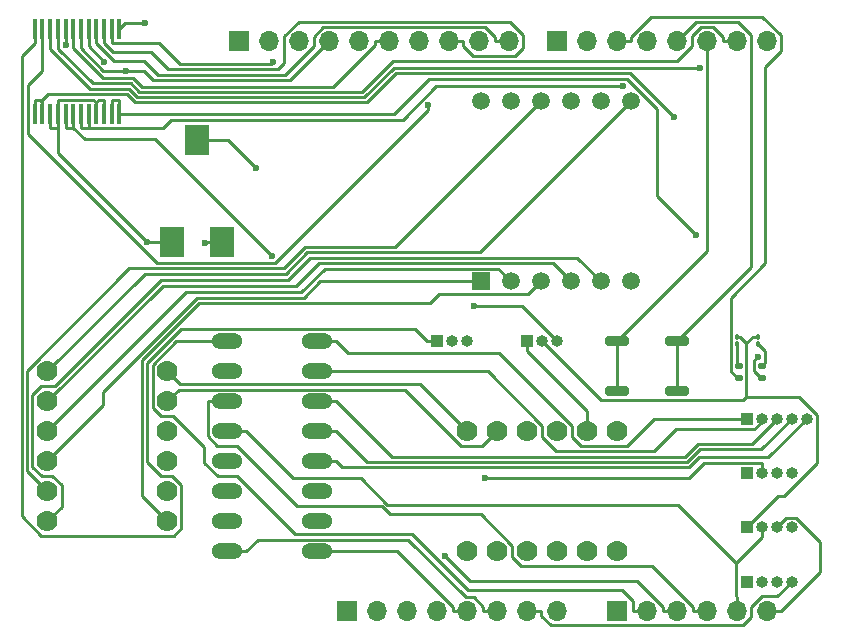
<source format=gbr>
%TF.GenerationSoftware,KiCad,Pcbnew,(7.0.0)*%
%TF.CreationDate,2023-05-09T23:11:13-07:00*%
%TF.ProjectId,CPE_301_KiCAD_Final,4350455f-3330-4315-9f4b-694341445f46,rev?*%
%TF.SameCoordinates,Original*%
%TF.FileFunction,Copper,L1,Top*%
%TF.FilePolarity,Positive*%
%FSLAX46Y46*%
G04 Gerber Fmt 4.6, Leading zero omitted, Abs format (unit mm)*
G04 Created by KiCad (PCBNEW (7.0.0)) date 2023-05-09 23:11:13*
%MOMM*%
%LPD*%
G01*
G04 APERTURE LIST*
G04 Aperture macros list*
%AMRoundRect*
0 Rectangle with rounded corners*
0 $1 Rounding radius*
0 $2 $3 $4 $5 $6 $7 $8 $9 X,Y pos of 4 corners*
0 Add a 4 corners polygon primitive as box body*
4,1,4,$2,$3,$4,$5,$6,$7,$8,$9,$2,$3,0*
0 Add four circle primitives for the rounded corners*
1,1,$1+$1,$2,$3*
1,1,$1+$1,$4,$5*
1,1,$1+$1,$6,$7*
1,1,$1+$1,$8,$9*
0 Add four rect primitives between the rounded corners*
20,1,$1+$1,$2,$3,$4,$5,0*
20,1,$1+$1,$4,$5,$6,$7,0*
20,1,$1+$1,$6,$7,$8,$9,0*
20,1,$1+$1,$8,$9,$2,$3,0*%
G04 Aperture macros list end*
%TA.AperFunction,ComponentPad*%
%ADD10R,1.700000X1.700000*%
%TD*%
%TA.AperFunction,ComponentPad*%
%ADD11O,1.700000X1.700000*%
%TD*%
%TA.AperFunction,ComponentPad*%
%ADD12O,2.641600X1.320800*%
%TD*%
%TA.AperFunction,ComponentPad*%
%ADD13R,1.000000X1.000000*%
%TD*%
%TA.AperFunction,ComponentPad*%
%ADD14O,1.000000X1.000000*%
%TD*%
%TA.AperFunction,ComponentPad*%
%ADD15R,1.500000X1.500000*%
%TD*%
%TA.AperFunction,ComponentPad*%
%ADD16C,1.500000*%
%TD*%
%TA.AperFunction,ComponentPad*%
%ADD17C,1.778000*%
%TD*%
%TA.AperFunction,SMDPad,CuDef*%
%ADD18RoundRect,0.200000X0.800000X-0.200000X0.800000X0.200000X-0.800000X0.200000X-0.800000X-0.200000X0*%
%TD*%
%TA.AperFunction,SMDPad,CuDef*%
%ADD19RoundRect,0.100000X0.100000X-0.130000X0.100000X0.130000X-0.100000X0.130000X-0.100000X-0.130000X0*%
%TD*%
%TA.AperFunction,SMDPad,CuDef*%
%ADD20R,2.000000X2.500000*%
%TD*%
%TA.AperFunction,SMDPad,CuDef*%
%ADD21R,0.450000X1.750000*%
%TD*%
%TA.AperFunction,SMDPad,CuDef*%
%ADD22RoundRect,0.147500X0.172500X-0.147500X0.172500X0.147500X-0.172500X0.147500X-0.172500X-0.147500X0*%
%TD*%
%TA.AperFunction,ViaPad*%
%ADD23C,0.600000*%
%TD*%
%TA.AperFunction,Conductor*%
%ADD24C,0.250000*%
%TD*%
G04 APERTURE END LIST*
D10*
%TO.P,J1,1,Pin_1*%
%TO.N,unconnected-(J1-Pin_1-Pad1)*%
X127939999Y-97459999D03*
D11*
%TO.P,J1,2,Pin_2*%
%TO.N,/IOREF*%
X130479999Y-97459999D03*
%TO.P,J1,3,Pin_3*%
%TO.N,/~{RESET}*%
X133019999Y-97459999D03*
%TO.P,J1,4,Pin_4*%
%TO.N,+3V3*%
X135559999Y-97459999D03*
%TO.P,J1,5,Pin_5*%
%TO.N,+5V*%
X138099999Y-97459999D03*
%TO.P,J1,6,Pin_6*%
%TO.N,GND*%
X140639999Y-97459999D03*
%TO.P,J1,7,Pin_7*%
X143179999Y-97459999D03*
%TO.P,J1,8,Pin_8*%
%TO.N,VCC*%
X145719999Y-97459999D03*
%TD*%
D10*
%TO.P,J3,1,Pin_1*%
%TO.N,/A0*%
X150799999Y-97459999D03*
D11*
%TO.P,J3,2,Pin_2*%
%TO.N,/A1*%
X153339999Y-97459999D03*
%TO.P,J3,3,Pin_3*%
%TO.N,/A2*%
X155879999Y-97459999D03*
%TO.P,J3,4,Pin_4*%
%TO.N,/A3*%
X158419999Y-97459999D03*
%TO.P,J3,5,Pin_5*%
%TO.N,/SDA{slash}A4*%
X160959999Y-97459999D03*
%TO.P,J3,6,Pin_6*%
%TO.N,/SCL{slash}A5*%
X163499999Y-97459999D03*
%TD*%
D10*
%TO.P,J2,1,Pin_1*%
%TO.N,/SCL{slash}A5*%
X118795999Y-49199999D03*
D11*
%TO.P,J2,2,Pin_2*%
%TO.N,/SDA{slash}A4*%
X121335999Y-49199999D03*
%TO.P,J2,3,Pin_3*%
%TO.N,/AREF*%
X123875999Y-49199999D03*
%TO.P,J2,4,Pin_4*%
%TO.N,GND*%
X126415999Y-49199999D03*
%TO.P,J2,5,Pin_5*%
%TO.N,/13*%
X128955999Y-49199999D03*
%TO.P,J2,6,Pin_6*%
%TO.N,/12*%
X131495999Y-49199999D03*
%TO.P,J2,7,Pin_7*%
%TO.N,/\u002A11*%
X134035999Y-49199999D03*
%TO.P,J2,8,Pin_8*%
%TO.N,/\u002A10*%
X136575999Y-49199999D03*
%TO.P,J2,9,Pin_9*%
%TO.N,/\u002A9*%
X139115999Y-49199999D03*
%TO.P,J2,10,Pin_10*%
%TO.N,/8*%
X141655999Y-49199999D03*
%TD*%
D10*
%TO.P,J4,1,Pin_1*%
%TO.N,/7*%
X145719999Y-49199999D03*
D11*
%TO.P,J4,2,Pin_2*%
%TO.N,/\u002A6*%
X148259999Y-49199999D03*
%TO.P,J4,3,Pin_3*%
%TO.N,/\u002A5*%
X150799999Y-49199999D03*
%TO.P,J4,4,Pin_4*%
%TO.N,/4*%
X153339999Y-49199999D03*
%TO.P,J4,5,Pin_5*%
%TO.N,/\u002A3*%
X155879999Y-49199999D03*
%TO.P,J4,6,Pin_6*%
%TO.N,/2*%
X158419999Y-49199999D03*
%TO.P,J4,7,Pin_7*%
%TO.N,/TX{slash}1*%
X160959999Y-49199999D03*
%TO.P,J4,8,Pin_8*%
%TO.N,/RX{slash}0*%
X163499999Y-49199999D03*
%TD*%
D12*
%TO.P,U2,1,I1*%
%TO.N,/A1*%
X117779999Y-74599999D03*
%TO.P,U2,2,I2*%
%TO.N,/A2*%
X117779999Y-77139999D03*
%TO.P,U2,3,I3*%
%TO.N,/A3*%
X117779999Y-79679999D03*
%TO.P,U2,4,I4*%
%TO.N,/SDA{slash}A4*%
X117779999Y-82219999D03*
%TO.P,U2,5,I5*%
%TO.N,unconnected-(U2-I5-Pad5)*%
X117779999Y-84759999D03*
%TO.P,U2,6,I6*%
%TO.N,unconnected-(U2-I6-Pad6)*%
X117779999Y-87299999D03*
%TO.P,U2,7,I7*%
%TO.N,unconnected-(U2-I7-Pad7)*%
X117779999Y-89839999D03*
%TO.P,U2,8,GND*%
%TO.N,GND*%
X117779999Y-92379999D03*
%TO.P,U2,9,COM*%
%TO.N,+5V*%
X125399999Y-92379999D03*
%TO.P,U2,10,O7*%
%TO.N,unconnected-(U2-O7-Pad10)*%
X125399999Y-89839999D03*
%TO.P,U2,11,O6*%
%TO.N,unconnected-(U2-O6-Pad11)*%
X125399999Y-87299999D03*
%TO.P,U2,12,O5*%
%TO.N,Net-(J8-Pin_5)*%
X125399999Y-84759999D03*
%TO.P,U2,13,O4*%
%TO.N,Net-(J8-Pin_4)*%
X125399999Y-82219999D03*
%TO.P,U2,14,O3*%
%TO.N,Net-(J8-Pin_3)*%
X125399999Y-79679999D03*
%TO.P,U2,15,O2*%
%TO.N,Net-(J8-Pin_2)*%
X125399999Y-77139999D03*
%TO.P,U2,16,O1*%
%TO.N,Net-(J8-Pin_1)*%
X125399999Y-74599999D03*
%TD*%
D13*
%TO.P,J8,1,Pin_1*%
%TO.N,Net-(J8-Pin_1)*%
X161771299Y-81166199D03*
D14*
%TO.P,J8,2,Pin_2*%
%TO.N,Net-(J8-Pin_2)*%
X163041299Y-81166199D03*
%TO.P,J8,3,Pin_3*%
%TO.N,Net-(J8-Pin_3)*%
X164311299Y-81166199D03*
%TO.P,J8,4,Pin_4*%
%TO.N,Net-(J8-Pin_4)*%
X165581299Y-81166199D03*
%TO.P,J8,5,Pin_5*%
%TO.N,Net-(J8-Pin_5)*%
X166851299Y-81166199D03*
%TD*%
D15*
%TO.P,LED1,1,E*%
%TO.N,Net-(LED1-E)*%
X139271299Y-69521199D03*
D16*
%TO.P,LED1,2,D*%
%TO.N,Net-(LED1-D)*%
X141811300Y-69521200D03*
%TO.P,LED1,3,DP*%
%TO.N,Net-(LED1-DP)*%
X144351300Y-69521200D03*
%TO.P,LED1,4,C*%
%TO.N,Net-(LED1-C)*%
X146891300Y-69521200D03*
%TO.P,LED1,5,G*%
%TO.N,Net-(LED1-G)*%
X149431300Y-69521200D03*
%TO.P,LED1,6,DIG4*%
%TO.N,Net-(LED1-DIG4)*%
X151971300Y-69521200D03*
%TO.P,LED1,7,B*%
%TO.N,Net-(LED1-B)*%
X151971300Y-54281200D03*
%TO.P,LED1,8,DIG3*%
%TO.N,Net-(LED1-DIG3)*%
X149431300Y-54281200D03*
%TO.P,LED1,9,DIG2*%
%TO.N,Net-(LED1-DIG2)*%
X146891300Y-54281200D03*
%TO.P,LED1,10,F*%
%TO.N,Net-(LED1-F)*%
X144351300Y-54281200D03*
%TO.P,LED1,11,A*%
%TO.N,Net-(LED1-A)*%
X141811300Y-54281200D03*
%TO.P,LED1,12,DIG1*%
%TO.N,Net-(LED1-DIG1)*%
X139271300Y-54281200D03*
%TD*%
D17*
%TO.P,U5,1,QB*%
%TO.N,Net-(LED1-B)*%
X102540000Y-77140000D03*
%TO.P,U5,2,QC*%
%TO.N,Net-(LED1-C)*%
X102540000Y-79680000D03*
%TO.P,U5,3,QD*%
%TO.N,Net-(LED1-D)*%
X102540000Y-82220000D03*
%TO.P,U5,4,QE*%
%TO.N,Net-(LED1-E)*%
X102540000Y-84760000D03*
%TO.P,U5,5,QF*%
%TO.N,Net-(LED1-F)*%
X102540000Y-87300000D03*
%TO.P,U5,6,QG*%
%TO.N,Net-(LED1-G)*%
X102540000Y-89840000D03*
%TO.P,U5,7,QH*%
%TO.N,Net-(LED1-DP)*%
X112700000Y-89840000D03*
%TO.P,U5,8,GND*%
%TO.N,GND*%
X112700000Y-87300000D03*
%TO.P,U5,9,SQH*%
%TO.N,/\u002A9*%
X112700000Y-84760000D03*
%TO.P,U5,10,RESET*%
%TO.N,+5V*%
X112700000Y-82220000D03*
%TO.P,U5,11,SHIFT_CLK*%
%TO.N,/7*%
X112700000Y-79680000D03*
%TO.P,U5,12,LATCH_CLK*%
%TO.N,/4*%
X112700000Y-77140000D03*
%TD*%
D13*
%TO.P,J6,1,Pin_1*%
%TO.N,GND*%
X143179999Y-74599999D03*
D14*
%TO.P,J6,2,Pin_2*%
%TO.N,+5V*%
X144449999Y-74599999D03*
%TO.P,J6,3,Pin_3*%
%TO.N,/13*%
X145719999Y-74599999D03*
%TD*%
D18*
%TO.P,S2,1*%
%TO.N,/\u002A3*%
X155880000Y-78800000D03*
%TO.P,S2,2*%
X155880000Y-74600000D03*
%TD*%
D19*
%TO.P,R2,1*%
%TO.N,Net-(D2-Pad2)*%
X162721300Y-74846200D03*
%TO.P,R2,2*%
%TO.N,+5V*%
X162721300Y-74206200D03*
%TD*%
D20*
%TO.P,VR1,1*%
%TO.N,+5V*%
X117389999Y-66224999D03*
%TO.P,VR1,2*%
%TO.N,/A0*%
X115239999Y-57574999D03*
%TO.P,VR1,3*%
%TO.N,GND*%
X113089999Y-66224999D03*
%TD*%
D19*
%TO.P,R1,1*%
%TO.N,Net-(D1-Pad2)*%
X160971300Y-74846200D03*
%TO.P,R1,2*%
%TO.N,+5V*%
X160971300Y-74206200D03*
%TD*%
D21*
%TO.P,U1,1,AO1*%
%TO.N,Net-(J9-Pin_1)*%
X101504999Y-55339999D03*
%TO.P,U1,2,AO1*%
X102154999Y-55339999D03*
%TO.P,U1,3,PGND1*%
%TO.N,GND*%
X102804999Y-55339999D03*
%TO.P,U1,4,PGND1*%
X103454999Y-55339999D03*
%TO.P,U1,5,AO2*%
%TO.N,Net-(J9-Pin_2)*%
X104104999Y-55339999D03*
%TO.P,U1,6,AO2*%
X104754999Y-55339999D03*
%TO.P,U1,7,BO2*%
%TO.N,Net-(J9-Pin_4)*%
X105404999Y-55339999D03*
%TO.P,U1,8,BO2*%
X106054999Y-55339999D03*
%TO.P,U1,9,PGND2*%
%TO.N,GND*%
X106704999Y-55339999D03*
%TO.P,U1,10,PGND2*%
X107354999Y-55339999D03*
%TO.P,U1,11,BO1*%
%TO.N,Net-(J9-Pin_3)*%
X108004999Y-55339999D03*
%TO.P,U1,12,BO1*%
X108654999Y-55339999D03*
%TO.P,U1,13,VM2*%
%TO.N,Net-(J10-Pin_2)*%
X108654999Y-48139999D03*
%TO.P,U1,14,VM3*%
%TO.N,Net-(J10-Pin_3)*%
X108004999Y-48139999D03*
%TO.P,U1,15,PWMB*%
%TO.N,/\u002A10*%
X107354999Y-48139999D03*
%TO.P,U1,16,BIN2*%
%TO.N,/8*%
X106704999Y-48139999D03*
%TO.P,U1,17,BIN1*%
%TO.N,/\u002A9*%
X106054999Y-48139999D03*
%TO.P,U1,18,GND*%
%TO.N,GND*%
X105404999Y-48139999D03*
%TO.P,U1,19,STBY*%
%TO.N,/12*%
X104754999Y-48139999D03*
%TO.P,U1,20,VCC*%
%TO.N,+5V*%
X104104999Y-48139999D03*
%TO.P,U1,21,AIN1*%
%TO.N,/TX{slash}1*%
X103454999Y-48139999D03*
%TO.P,U1,22,AIN2*%
%TO.N,/RX{slash}0*%
X102804999Y-48139999D03*
%TO.P,U1,23,PWMA*%
%TO.N,/\u002A11*%
X102154999Y-48139999D03*
%TO.P,U1,24,VM1*%
%TO.N,Net-(J10-Pin_1)*%
X101504999Y-48139999D03*
%TD*%
D18*
%TO.P,S1,1*%
%TO.N,/2*%
X150800000Y-78800000D03*
%TO.P,S1,2*%
X150800000Y-74600000D03*
%TD*%
D17*
%TO.P,U6,1,QB*%
%TO.N,Net-(LED1-DIG2)*%
X138100000Y-92380000D03*
%TO.P,U6,2,QC*%
%TO.N,Net-(LED1-DIG3)*%
X140640000Y-92380000D03*
%TO.P,U6,3,QD*%
%TO.N,Net-(LED1-DIG4)*%
X143180000Y-92380000D03*
%TO.P,U6,4,QE*%
%TO.N,unconnected-(U6-QE-Pad4)*%
X145720000Y-92380000D03*
%TO.P,U6,5,QF*%
%TO.N,unconnected-(U6-QF-Pad5)*%
X148260000Y-92380000D03*
%TO.P,U6,6,QG*%
%TO.N,unconnected-(U6-QG-Pad6)*%
X150800000Y-92380000D03*
%TO.P,U6,7,QH*%
%TO.N,unconnected-(U6-QH-Pad7)*%
X150800000Y-82220000D03*
%TO.P,U6,8,GND*%
%TO.N,GND*%
X148260000Y-82220000D03*
%TO.P,U6,9,SQH*%
%TO.N,Net-(U5-A)*%
X145720000Y-82220000D03*
%TO.P,U6,10,RESET*%
%TO.N,+5V*%
X143180000Y-82220000D03*
%TO.P,U6,11,SHIFT_CLK*%
%TO.N,/7*%
X140640000Y-82220000D03*
%TO.P,U6,12,LATCH_CLK*%
%TO.N,/4*%
X138100000Y-82220000D03*
%TD*%
D13*
%TO.P,J10,1,Pin_1*%
%TO.N,Net-(J10-Pin_1)*%
X135559999Y-74599999D03*
D14*
%TO.P,J10,2,Pin_2*%
%TO.N,Net-(J10-Pin_2)*%
X136829999Y-74599999D03*
%TO.P,J10,3,Pin_3*%
%TO.N,Net-(J10-Pin_3)*%
X138099999Y-74599999D03*
%TD*%
D13*
%TO.P,J7,1,Pin_1*%
%TO.N,+5V*%
X161771299Y-90366199D03*
D14*
%TO.P,J7,2,Pin_2*%
%TO.N,/SDA{slash}A4*%
X163041299Y-90366199D03*
%TO.P,J7,3,Pin_3*%
%TO.N,/SCL{slash}A5*%
X164311299Y-90366199D03*
%TO.P,J7,4,Pin_4*%
%TO.N,GND*%
X165581299Y-90366199D03*
%TD*%
D13*
%TO.P,J9,1,Pin_1*%
%TO.N,Net-(J9-Pin_1)*%
X161771299Y-85766199D03*
D14*
%TO.P,J9,2,Pin_2*%
%TO.N,Net-(J9-Pin_2)*%
X163041299Y-85766199D03*
%TO.P,J9,3,Pin_3*%
%TO.N,Net-(J9-Pin_3)*%
X164311299Y-85766199D03*
%TO.P,J9,4,Pin_4*%
%TO.N,Net-(J9-Pin_4)*%
X165581299Y-85766199D03*
%TD*%
D22*
%TO.P,D2,1*%
%TO.N,/\u002A6*%
X163081300Y-77686200D03*
%TO.P,D2,2*%
%TO.N,Net-(D2-Pad2)*%
X163081300Y-76716200D03*
%TD*%
%TO.P,D1,1*%
%TO.N,/\u002A5*%
X161091300Y-77686200D03*
%TO.P,D1,2*%
%TO.N,Net-(D1-Pad2)*%
X161091300Y-76716200D03*
%TD*%
D13*
%TO.P,J5,1,Pin_1*%
%TO.N,+5V*%
X161771299Y-94966199D03*
D14*
%TO.P,J5,2,Pin_2*%
%TO.N,/RX{slash}0*%
X163041299Y-94966199D03*
%TO.P,J5,3,Pin_3*%
%TO.N,/8*%
X164311299Y-94966199D03*
%TO.P,J5,4,Pin_4*%
%TO.N,GND*%
X165581299Y-94966199D03*
%TD*%
D23*
%TO.N,GND*%
X111035000Y-66225000D03*
X109220000Y-51702000D03*
%TO.N,+5V*%
X115877000Y-66271100D03*
X104125000Y-49563000D03*
%TO.N,/A0*%
X120192000Y-59944200D03*
%TO.N,/A2*%
X136216000Y-92822600D03*
%TO.N,/13*%
X138670000Y-71619800D03*
%TO.N,/\u002A11*%
X134805000Y-54610100D03*
%TO.N,/\u002A9*%
X107405000Y-50926900D03*
%TO.N,/\u002A6*%
X162693000Y-75916000D03*
%TO.N,/RX{slash}0*%
X157793000Y-51467100D03*
%TO.N,Net-(J9-Pin_1)*%
X155634000Y-55644800D03*
%TO.N,Net-(J9-Pin_2)*%
X139600000Y-86218200D03*
X121567000Y-67358000D03*
%TO.N,Net-(J9-Pin_3)*%
X157507000Y-65630500D03*
%TO.N,Net-(J9-Pin_4)*%
X151331000Y-53031100D03*
%TO.N,Net-(J10-Pin_2)*%
X110807000Y-47696300D03*
%TO.N,Net-(J10-Pin_3)*%
X121677000Y-50964400D03*
%TD*%
D24*
%TO.N,GND*%
X105405000Y-49810700D02*
X107296000Y-51701900D01*
X143180000Y-97460000D02*
X144355000Y-97460000D01*
X102805000Y-55340000D02*
X102805000Y-56540100D01*
X102805000Y-56540100D02*
X103455000Y-56540100D01*
X143180000Y-75425100D02*
X148260000Y-80505100D01*
X145178000Y-98648500D02*
X161438000Y-98648500D01*
X106461000Y-54139900D02*
X106705000Y-54383600D01*
X148260000Y-80505100D02*
X148260000Y-82220000D01*
X105405000Y-48140000D02*
X105405000Y-49810700D01*
X113090000Y-66225000D02*
X111035000Y-66225000D01*
X139465000Y-97460000D02*
X140640000Y-97460000D01*
X103455000Y-56540100D02*
X103455000Y-58644700D01*
X162173000Y-97913900D02*
X162173000Y-97119300D01*
X143180000Y-74600000D02*
X143180000Y-75425100D01*
X126416000Y-49200000D02*
X123103000Y-52513000D01*
X123103000Y-52513000D02*
X111536000Y-52513000D01*
X163097000Y-96194900D02*
X164353000Y-96194900D01*
X107355000Y-54139900D02*
X106949000Y-54139900D01*
X120412000Y-91394400D02*
X133128000Y-91394400D01*
X103455000Y-54139900D02*
X106461000Y-54139900D01*
X103455000Y-56540100D02*
X103455000Y-55340000D01*
X162173000Y-97119300D02*
X163097000Y-96194900D01*
X138012000Y-96278700D02*
X138649000Y-96278700D01*
X106705000Y-54383600D02*
X106705000Y-55340000D01*
X103455000Y-58644700D02*
X111035000Y-66225000D01*
X109220000Y-51701900D02*
X109220000Y-51702000D01*
X107355000Y-55340000D02*
X107355000Y-54139900D01*
X164353000Y-96194900D02*
X165581000Y-94966200D01*
X117780000Y-92380000D02*
X119426000Y-92380000D01*
X138649000Y-96278700D02*
X139465000Y-97094800D01*
X110725000Y-51702000D02*
X109220000Y-51702000D01*
X144355000Y-97825300D02*
X145178000Y-98648500D01*
X103455000Y-55340000D02*
X103455000Y-54139900D01*
X119426000Y-92380000D02*
X120412000Y-91394400D01*
X111536000Y-52513000D02*
X110725000Y-51702000D01*
X165581300Y-94966200D02*
X165581000Y-94966200D01*
X107296000Y-51701900D02*
X109220000Y-51701900D01*
X139465000Y-97094800D02*
X139465000Y-97460000D01*
X144355000Y-97460000D02*
X144355000Y-97825300D01*
X161438000Y-98648500D02*
X162173000Y-97913900D01*
X133128000Y-91394400D02*
X138012000Y-96278700D01*
X106949000Y-54139900D02*
X106705000Y-54383600D01*
%TO.N,+5V*%
X164400000Y-87737700D02*
X164902000Y-87737700D01*
X161169000Y-74206200D02*
X160971300Y-74206200D01*
X125400000Y-92380000D02*
X132210000Y-92380000D01*
X136925000Y-97094800D02*
X136925000Y-97460000D01*
X104125000Y-49359800D02*
X104125000Y-49563000D01*
X104105000Y-49340100D02*
X104125000Y-49359800D01*
X161740000Y-79300800D02*
X161482000Y-79559300D01*
X167720000Y-80855100D02*
X166166000Y-79300800D01*
X162312000Y-74206200D02*
X162721000Y-74206200D01*
X161482000Y-79559300D02*
X149409000Y-79559300D01*
X161740000Y-74777400D02*
X162312000Y-74206200D01*
X104105000Y-48140000D02*
X104105000Y-49340100D01*
X161740000Y-79300800D02*
X161740000Y-74777400D01*
X161771000Y-90366200D02*
X161771200Y-90366100D01*
X167720000Y-84919300D02*
X167720000Y-80855100D01*
X161771300Y-90366200D02*
X161771200Y-90366100D01*
X132210000Y-92380000D02*
X136925000Y-97094800D01*
X161771200Y-90366100D02*
X164400000Y-87737700D01*
X164902000Y-87737700D02*
X167720000Y-84919300D01*
X116065000Y-66225000D02*
X116019000Y-66271100D01*
X161740000Y-74777400D02*
X161169000Y-74206200D01*
X149409000Y-79559300D02*
X144450000Y-74600000D01*
X117390000Y-66225000D02*
X116065000Y-66225000D01*
X136925000Y-97460000D02*
X138100000Y-97460000D01*
X116019000Y-66271100D02*
X115877000Y-66271100D01*
X166166000Y-79300800D02*
X161740000Y-79300800D01*
X162721000Y-74206200D02*
X162721300Y-74206200D01*
X160971300Y-74206200D02*
X160971000Y-74206200D01*
%TO.N,/A0*%
X115240000Y-57575000D02*
X117823000Y-57575000D01*
X117823000Y-57575000D02*
X120192000Y-59944200D01*
%TO.N,/A1*%
X111480000Y-80236300D02*
X111480000Y-76591800D01*
X115819000Y-83567900D02*
X113201000Y-80950000D01*
X113201000Y-80950000D02*
X112194000Y-80950000D01*
X153340000Y-97460000D02*
X152165000Y-97460000D01*
X111480000Y-76591800D02*
X113472000Y-74600000D01*
X116973000Y-86030000D02*
X115819000Y-84876000D01*
X123497000Y-90944200D02*
X118583000Y-86030000D01*
X113472000Y-74600000D02*
X117780000Y-74600000D01*
X118583000Y-86030000D02*
X116973000Y-86030000D01*
X133427000Y-90944200D02*
X123497000Y-90944200D01*
X151205000Y-95669400D02*
X138152000Y-95669400D01*
X152165000Y-97460000D02*
X152165000Y-96629000D01*
X115819000Y-84876000D02*
X115819000Y-83567900D01*
X112194000Y-80950000D02*
X111480000Y-80236300D01*
X138152000Y-95669400D02*
X133427000Y-90944200D01*
X152165000Y-96629000D02*
X151205000Y-95669400D01*
%TO.N,/A2*%
X138315000Y-94922300D02*
X152532000Y-94922300D01*
X154705000Y-97094800D02*
X154705000Y-97460000D01*
X154705000Y-97460000D02*
X155880000Y-97460000D01*
X152532000Y-94922300D02*
X154705000Y-97094800D01*
X136216000Y-92822600D02*
X138315000Y-94922300D01*
%TO.N,/A3*%
X141910000Y-92860700D02*
X141910000Y-91917500D01*
X141910000Y-91917500D02*
X139254000Y-89261200D01*
X153744000Y-93594200D02*
X142644000Y-93594200D01*
X158420000Y-97460000D02*
X157245000Y-97460000D01*
X131555000Y-89261200D02*
X130863000Y-88570000D01*
X116134000Y-82666000D02*
X116134000Y-79680000D01*
X118634000Y-83490000D02*
X116958000Y-83490000D01*
X116134000Y-79680000D02*
X117780000Y-79680000D01*
X130863000Y-88570000D02*
X123714000Y-88570000D01*
X157245000Y-97460000D02*
X157245000Y-97094800D01*
X157245000Y-97094800D02*
X153744000Y-93594200D01*
X142644000Y-93594200D02*
X141910000Y-92860700D01*
X116958000Y-83490000D02*
X116134000Y-82666000D01*
X123714000Y-88570000D02*
X118634000Y-83490000D01*
X139254000Y-89261200D02*
X131555000Y-89261200D01*
%TO.N,/SDA{slash}A4*%
X131363000Y-88432500D02*
X155954000Y-88432500D01*
X163041300Y-90778400D02*
X163041300Y-90366200D01*
X160877000Y-96201800D02*
X160877000Y-93355700D01*
X163041000Y-90778700D02*
X163041000Y-91191300D01*
X163041000Y-90366200D02*
X163041000Y-90778700D01*
X160960000Y-97460000D02*
X160960000Y-96284900D01*
X163041000Y-90778700D02*
X163041300Y-90778400D01*
X123374000Y-86168400D02*
X129098000Y-86168400D01*
X155954000Y-88432500D02*
X160877000Y-93355700D01*
X163041000Y-91191300D02*
X160877000Y-93355700D01*
X160960000Y-96284900D02*
X160877000Y-96201800D01*
X119426000Y-82220000D02*
X123374000Y-86168400D01*
X129098000Y-86168400D02*
X131363000Y-88432500D01*
X117780000Y-82220000D02*
X119426000Y-82220000D01*
%TO.N,/SCL{slash}A5*%
X163500000Y-97460000D02*
X164675000Y-97460000D01*
X164311200Y-90366100D02*
X164311000Y-90366200D01*
X167968000Y-94167200D02*
X167968000Y-91565500D01*
X165137000Y-89540900D02*
X164311200Y-90366100D01*
X164311300Y-90366200D02*
X164311200Y-90366100D01*
X167968000Y-91565500D02*
X165943000Y-89540900D01*
X164675000Y-97460000D02*
X167968000Y-94167200D01*
X165943000Y-89540900D02*
X165137000Y-89540900D01*
%TO.N,/13*%
X142740000Y-71619800D02*
X138670000Y-71619800D01*
X145720000Y-74600000D02*
X142740000Y-71619800D01*
%TO.N,/12*%
X110539000Y-53036500D02*
X126782000Y-53036500D01*
X104755000Y-48140000D02*
X104755000Y-49797300D01*
X130321000Y-49497800D02*
X130321000Y-49200000D01*
X130321000Y-49200000D02*
X131496000Y-49200000D01*
X109829000Y-52327100D02*
X110539000Y-53036500D01*
X107285000Y-52327100D02*
X109829000Y-52327100D01*
X104755000Y-49797300D02*
X107285000Y-52327100D01*
X126782000Y-53036500D02*
X130321000Y-49497800D01*
%TO.N,/8*%
X111949000Y-52039600D02*
X122706000Y-52039600D01*
X110761000Y-50851800D02*
X111949000Y-52039600D01*
X140481000Y-48832800D02*
X140481000Y-49200000D01*
X122706000Y-52039600D02*
X125129000Y-49617400D01*
X125937000Y-48014000D02*
X139662000Y-48014000D01*
X106705000Y-48140000D02*
X106705000Y-49340100D01*
X125129000Y-48822300D02*
X125937000Y-48014000D01*
X125129000Y-49617400D02*
X125129000Y-48822300D01*
X140481000Y-49200000D02*
X141656000Y-49200000D01*
X139662000Y-48014000D02*
X140481000Y-48832800D01*
X106705000Y-49340100D02*
X108217000Y-50851800D01*
X108217000Y-50851800D02*
X110761000Y-50851800D01*
%TO.N,/7*%
X140640000Y-82220000D02*
X139409000Y-83450900D01*
X113686000Y-78694400D02*
X112700000Y-79680000D01*
X132814000Y-78694400D02*
X113686000Y-78694400D01*
X137571000Y-83450900D02*
X132814000Y-78694400D01*
X139409000Y-83450900D02*
X137571000Y-83450900D01*
%TO.N,/\u002A11*%
X100955000Y-57052000D02*
X100955000Y-52893200D01*
X111886000Y-67983200D02*
X100955000Y-57052000D01*
X102155000Y-51693000D02*
X102155000Y-48140000D01*
X134805000Y-54610100D02*
X134805000Y-55039000D01*
X134805000Y-55039000D02*
X121861000Y-67983200D01*
X100955000Y-52893200D02*
X102155000Y-51693000D01*
X121861000Y-67983200D02*
X111886000Y-67983200D01*
%TO.N,/\u002A10*%
X142165000Y-50411900D02*
X138596000Y-50411900D01*
X122059000Y-51589500D02*
X122606000Y-51042900D01*
X108153000Y-50138100D02*
X111321000Y-50138100D01*
X123844000Y-47551300D02*
X141723000Y-47551300D01*
X122606000Y-48789000D02*
X123844000Y-47551300D01*
X107355000Y-48140000D02*
X107355000Y-49340100D01*
X111321000Y-50138100D02*
X112772000Y-51589500D01*
X141723000Y-47551300D02*
X142842000Y-48670200D01*
X107355000Y-49340100D02*
X108153000Y-50138100D01*
X137751000Y-49200000D02*
X136576000Y-49200000D01*
X142842000Y-48670200D02*
X142842000Y-49735800D01*
X142842000Y-49735800D02*
X142165000Y-50411900D01*
X122606000Y-51042900D02*
X122606000Y-48789000D01*
X112772000Y-51589500D02*
X122059000Y-51589500D01*
X137751000Y-49567200D02*
X137751000Y-49200000D01*
X138596000Y-50411900D02*
X137751000Y-49567200D01*
%TO.N,/\u002A9*%
X107405000Y-50926900D02*
X106055000Y-49576700D01*
X106055000Y-49576700D02*
X106055000Y-48140000D01*
%TO.N,/4*%
X134124000Y-78244300D02*
X138100000Y-82220000D01*
X113804000Y-78244300D02*
X134124000Y-78244300D01*
X112700000Y-77140000D02*
X113804000Y-78244300D01*
%TO.N,/2*%
X158420000Y-66980000D02*
X158420000Y-49200000D01*
X150800000Y-74600000D02*
X158420000Y-66980000D01*
X150800000Y-78800000D02*
X150800000Y-74600000D01*
%TO.N,/\u002A6*%
X162436000Y-76173900D02*
X162693000Y-75916000D01*
X162436000Y-77111800D02*
X162436000Y-76173900D01*
X163081000Y-77686200D02*
X163081300Y-77686200D01*
X163010000Y-77686200D02*
X162436000Y-77111800D01*
X163081000Y-77686200D02*
X163010000Y-77686200D01*
%TO.N,/\u002A5*%
X153699000Y-47111200D02*
X163103000Y-47111200D01*
X151975000Y-48834700D02*
X153699000Y-47111200D01*
X163368000Y-51368400D02*
X163368000Y-68004600D01*
X160445000Y-70928000D02*
X160445000Y-77159400D01*
X163368000Y-68004600D02*
X160445000Y-70928000D01*
X164706000Y-48714900D02*
X164706000Y-50030200D01*
X151975000Y-49200000D02*
X151975000Y-48834700D01*
X163103000Y-47111200D02*
X164706000Y-48714900D01*
X160972000Y-77686200D02*
X161091000Y-77686200D01*
X150800000Y-49200000D02*
X151975000Y-49200000D01*
X161091000Y-77686200D02*
X161091300Y-77686200D01*
X160445000Y-77159400D02*
X160972000Y-77686200D01*
X164706000Y-50030200D02*
X163368000Y-51368400D01*
%TO.N,/TX{slash}1*%
X159785000Y-48834800D02*
X158965000Y-48015000D01*
X157150000Y-48788300D02*
X157150000Y-49605900D01*
X155837000Y-50919300D02*
X131797000Y-50919300D01*
X160960000Y-49200000D02*
X159785000Y-49200000D01*
X103455000Y-49830900D02*
X103455000Y-48140000D01*
X157923000Y-48015000D02*
X157150000Y-48788300D01*
X106401000Y-52777200D02*
X103455000Y-49830900D01*
X159785000Y-49200000D02*
X159785000Y-48834800D01*
X109643000Y-52777200D02*
X106401000Y-52777200D01*
X129230000Y-53486600D02*
X110352000Y-53486600D01*
X158965000Y-48015000D02*
X157923000Y-48015000D01*
X131797000Y-50919300D02*
X129230000Y-53486600D01*
X157150000Y-49605900D02*
X155837000Y-50919300D01*
X110352000Y-53486600D02*
X109643000Y-52777200D01*
%TO.N,/\u002A3*%
X157515000Y-47564800D02*
X161052000Y-47564800D01*
X162140000Y-68339700D02*
X155880000Y-74600000D01*
X161052000Y-47564800D02*
X162140000Y-48652900D01*
X155880000Y-49200000D02*
X157515000Y-47564800D01*
X155880000Y-78800000D02*
X155880000Y-74600000D01*
X162140000Y-48652900D02*
X162140000Y-68339700D01*
%TO.N,/RX{slash}0*%
X131886000Y-51467100D02*
X129416000Y-53936700D01*
X110166000Y-53936700D02*
X109456000Y-53227300D01*
X106136000Y-53227300D02*
X102805000Y-49896100D01*
X102805000Y-49896100D02*
X102805000Y-48140000D01*
X157793000Y-51467100D02*
X131886000Y-51467100D01*
X129416000Y-53936700D02*
X110166000Y-53936700D01*
X109456000Y-53227300D02*
X106136000Y-53227300D01*
%TO.N,Net-(D1-Pad2)*%
X160971000Y-75721200D02*
X160971000Y-74846200D01*
X161031000Y-76656200D02*
X161031300Y-76656200D01*
X161031000Y-76656200D02*
X160971000Y-76596200D01*
X160971000Y-76596200D02*
X160971000Y-75721200D01*
X160971300Y-75720900D02*
X160971300Y-74846200D01*
X160971000Y-75721200D02*
X160971300Y-75720900D01*
X161091000Y-76716200D02*
X161031000Y-76656200D01*
X161031300Y-76656200D02*
X161091300Y-76716200D01*
%TO.N,Net-(D2-Pad2)*%
X163081000Y-76716200D02*
X163081200Y-76716100D01*
X162721200Y-74846300D02*
X162721000Y-74846200D01*
X163336000Y-76461900D02*
X163336000Y-75460500D01*
X163081300Y-76716200D02*
X163081200Y-76716100D01*
X163336000Y-75460500D02*
X162721200Y-74846300D01*
X163081200Y-76716100D02*
X163336000Y-76461900D01*
X162721300Y-74846200D02*
X162721200Y-74846300D01*
%TO.N,Net-(J8-Pin_1)*%
X127046000Y-74600000D02*
X125400000Y-74600000D01*
X161771000Y-81166200D02*
X161771300Y-81166200D01*
X146990000Y-81738900D02*
X140837000Y-75585500D01*
X146990000Y-82681500D02*
X146990000Y-81738900D01*
X153959000Y-81166200D02*
X151658000Y-83467700D01*
X151658000Y-83467700D02*
X147776000Y-83467700D01*
X128031000Y-75585500D02*
X127046000Y-74600000D01*
X147776000Y-83467700D02*
X146990000Y-82681500D01*
X161771000Y-81166200D02*
X153959000Y-81166200D01*
X140837000Y-75585500D02*
X128031000Y-75585500D01*
%TO.N,Net-(J8-Pin_2)*%
X162378000Y-82067000D02*
X155815000Y-82067000D01*
X163041300Y-81284600D02*
X163041300Y-81166200D01*
X145657000Y-83918800D02*
X144450000Y-82711500D01*
X144450000Y-82711500D02*
X144450000Y-81752000D01*
X163041000Y-81403700D02*
X162378000Y-82067000D01*
X153963000Y-83918800D02*
X145657000Y-83918800D01*
X139838000Y-77140000D02*
X125400000Y-77140000D01*
X163041000Y-81284900D02*
X163041300Y-81284600D01*
X163041000Y-81284900D02*
X163041000Y-81403700D01*
X163041000Y-81166200D02*
X163041000Y-81284900D01*
X144450000Y-81752000D02*
X139838000Y-77140000D01*
X155815000Y-82067000D02*
X153963000Y-83918800D01*
%TO.N,Net-(J8-Pin_3)*%
X162191000Y-83286300D02*
X157616000Y-83286300D01*
X164311000Y-81166200D02*
X162191000Y-83286300D01*
X156533000Y-84369000D02*
X131735000Y-84369000D01*
X131735000Y-84369000D02*
X127046000Y-79680000D01*
X127046000Y-79680000D02*
X125400000Y-79680000D01*
X157616000Y-83286300D02*
X156533000Y-84369000D01*
X164311300Y-81166200D02*
X164311000Y-81166200D01*
%TO.N,Net-(J8-Pin_4)*%
X127046000Y-82220000D02*
X125400000Y-82220000D01*
X163011000Y-83736500D02*
X157802000Y-83736500D01*
X157802000Y-83736500D02*
X156720000Y-84819100D01*
X156720000Y-84819100D02*
X129645000Y-84819100D01*
X129645000Y-84819100D02*
X127046000Y-82220000D01*
X165581000Y-81166200D02*
X163011000Y-83736500D01*
X165581300Y-81166200D02*
X165581000Y-81166200D01*
%TO.N,Net-(J8-Pin_5)*%
X157764000Y-84411400D02*
X156906000Y-85269200D01*
X166851000Y-81166200D02*
X163606000Y-84411400D01*
X127046000Y-84760000D02*
X125400000Y-84760000D01*
X166851300Y-81166200D02*
X166851000Y-81166200D01*
X127555000Y-85269200D02*
X127046000Y-84760000D01*
X163606000Y-84411400D02*
X157764000Y-84411400D01*
X156906000Y-85269200D02*
X127555000Y-85269200D01*
%TO.N,Net-(J9-Pin_1)*%
X101505000Y-54139900D02*
X101505000Y-55340000D01*
X132058000Y-51931100D02*
X129603000Y-54386800D01*
X101918000Y-54139900D02*
X101505000Y-54139900D01*
X155634000Y-55644800D02*
X151920000Y-51931100D01*
X102155000Y-54377300D02*
X101918000Y-54139900D01*
X109979000Y-54386800D02*
X109270000Y-53677400D01*
X151920000Y-51931100D02*
X132058000Y-51931100D01*
X129603000Y-54386800D02*
X109979000Y-54386800D01*
X109270000Y-53677400D02*
X102618000Y-53677400D01*
X102155000Y-54139900D02*
X102155000Y-54377300D01*
X102155000Y-55340000D02*
X102155000Y-54377300D01*
X102618000Y-53677400D02*
X102155000Y-54139900D01*
%TO.N,Net-(J9-Pin_2)*%
X163041300Y-85353900D02*
X163041300Y-85766200D01*
X104105000Y-56540100D02*
X104755000Y-56540100D01*
X104755000Y-56540100D02*
X104755000Y-55340000D01*
X156912000Y-86218200D02*
X139600000Y-86218200D01*
X163041000Y-85353600D02*
X163041000Y-84941100D01*
X111710000Y-57500600D02*
X105716000Y-57500600D01*
X104105000Y-55340000D02*
X104105000Y-56540100D01*
X158189000Y-84941100D02*
X156912000Y-86218200D01*
X105716000Y-57500600D02*
X104755000Y-56540100D01*
X163041000Y-85766200D02*
X163041000Y-85353600D01*
X163041000Y-85353600D02*
X163041300Y-85353900D01*
X121567000Y-67358000D02*
X111710000Y-57500600D01*
X163041000Y-84941100D02*
X158189000Y-84941100D01*
%TO.N,Net-(J9-Pin_3)*%
X108005000Y-54139900D02*
X108005000Y-55340000D01*
X131935000Y-55340000D02*
X108655000Y-55340000D01*
X108655000Y-54139900D02*
X108005000Y-54139900D01*
X154168000Y-54944500D02*
X151629000Y-52406000D01*
X151629000Y-52406000D02*
X134869000Y-52406000D01*
X157507000Y-65630500D02*
X154168000Y-62291100D01*
X154168000Y-62291100D02*
X154168000Y-54944500D01*
X108655000Y-55340000D02*
X108655000Y-54139900D01*
X134869000Y-52406000D02*
X131935000Y-55340000D01*
%TO.N,Net-(J9-Pin_4)*%
X132692000Y-55838800D02*
X113046000Y-55838800D01*
X105405000Y-56540100D02*
X106055000Y-56540100D01*
X105405000Y-55340000D02*
X105405000Y-56540100D01*
X151331000Y-53031100D02*
X135500000Y-53031100D01*
X106055000Y-55340000D02*
X106055000Y-56540100D01*
X113046000Y-55838800D02*
X112345000Y-56540100D01*
X135500000Y-53031100D02*
X132692000Y-55838800D01*
X112345000Y-56540100D02*
X106055000Y-56540100D01*
%TO.N,Net-(J10-Pin_1)*%
X100379000Y-50466500D02*
X100379000Y-89439100D01*
X100379000Y-89439100D02*
X102005000Y-91065100D01*
X113848000Y-73586600D02*
X133722000Y-73586600D01*
X133722000Y-73586600D02*
X134735000Y-74600000D01*
X101505000Y-49340100D02*
X100379000Y-50466500D01*
X112219000Y-86030000D02*
X111030000Y-84840500D01*
X102005000Y-91065100D02*
X113274000Y-91065100D01*
X113274000Y-91065100D02*
X113914000Y-90424800D01*
X113914000Y-86781700D02*
X113162000Y-86030000D01*
X111030000Y-84840500D02*
X111030000Y-76405300D01*
X101505000Y-48140000D02*
X101505000Y-49340100D01*
X113914000Y-90424800D02*
X113914000Y-86781700D01*
X134735000Y-74600000D02*
X135560000Y-74600000D01*
X111030000Y-76405300D02*
X113848000Y-73586600D01*
X113162000Y-86030000D02*
X112219000Y-86030000D01*
%TO.N,Net-(J10-Pin_2)*%
X108655000Y-48140000D02*
X109099000Y-47696300D01*
X109099000Y-47696300D02*
X110807000Y-47696300D01*
%TO.N,Net-(J10-Pin_3)*%
X121503000Y-51137700D02*
X121677000Y-50964400D01*
X111980000Y-49340100D02*
X113778000Y-51137700D01*
X108005000Y-49340100D02*
X111980000Y-49340100D01*
X108005000Y-48140000D02*
X108005000Y-49340100D01*
X113778000Y-51137700D02*
X121503000Y-51137700D01*
%TO.N,Net-(LED1-E)*%
X115232000Y-70908900D02*
X107269000Y-78872100D01*
X139271000Y-69521200D02*
X125649000Y-69521200D01*
X107269000Y-80030800D02*
X102540000Y-84760000D01*
X125649000Y-69521200D02*
X124261000Y-70908900D01*
X107269000Y-78872100D02*
X107269000Y-80030800D01*
X139271000Y-69521200D02*
X139271300Y-69521200D01*
X124261000Y-70908900D02*
X115232000Y-70908900D01*
%TO.N,Net-(LED1-D)*%
X141273700Y-68983600D02*
X141811300Y-69521200D01*
X114301000Y-70458800D02*
X102540000Y-82220000D01*
X141273500Y-68983600D02*
X140736000Y-68446000D01*
X126087000Y-68446000D02*
X124074000Y-70458800D01*
X124074000Y-70458800D02*
X114301000Y-70458800D01*
X140736000Y-68446000D02*
X126087000Y-68446000D01*
X141811000Y-69521200D02*
X141273500Y-68983600D01*
X141273500Y-68983600D02*
X141273700Y-68983600D01*
%TO.N,Net-(LED1-DP)*%
X134960000Y-71359000D02*
X135702000Y-70616900D01*
X115420000Y-71359000D02*
X134960000Y-71359000D01*
X112700000Y-89840000D02*
X110574000Y-87714300D01*
X143256000Y-70616900D02*
X144351000Y-69521200D01*
X135702000Y-70616900D02*
X143256000Y-70616900D01*
X110574000Y-76205200D02*
X115420000Y-71359000D01*
X144351300Y-69521200D02*
X144351000Y-69521200D01*
X110574000Y-87714300D02*
X110574000Y-76205200D01*
%TO.N,Net-(LED1-C)*%
X125532000Y-67991500D02*
X145362000Y-67991500D01*
X146891300Y-69521200D02*
X146891000Y-69521200D01*
X145362000Y-67991500D02*
X146891000Y-69521200D01*
X123620000Y-69903900D02*
X125532000Y-67991500D01*
X102540000Y-79680000D02*
X112316000Y-69903900D01*
X112316000Y-69903900D02*
X123620000Y-69903900D01*
%TO.N,Net-(LED1-G)*%
X103000000Y-86030000D02*
X102084000Y-86030000D01*
X124764000Y-67541300D02*
X147451000Y-67541300D01*
X103771000Y-88608700D02*
X103771000Y-86801600D01*
X149431300Y-69521200D02*
X149431000Y-69521200D01*
X103771000Y-86801600D02*
X103000000Y-86030000D01*
X101279000Y-79189600D02*
X102058000Y-78410000D01*
X102540000Y-89840000D02*
X103771000Y-88608700D01*
X102084000Y-86030000D02*
X101279000Y-85225300D01*
X147451000Y-67541300D02*
X149431000Y-69521200D01*
X102058000Y-78410000D02*
X103173000Y-78410000D01*
X101279000Y-85225300D02*
X101279000Y-79189600D01*
X112184000Y-69399200D02*
X122906000Y-69399200D01*
X103173000Y-78410000D02*
X112184000Y-69399200D01*
X122906000Y-69399200D02*
X124764000Y-67541300D01*
%TO.N,Net-(LED1-B)*%
X122785000Y-68883400D02*
X110797000Y-68883400D01*
X110797000Y-68883400D02*
X102540000Y-77140000D01*
X151971000Y-54281200D02*
X139161000Y-67091100D01*
X139161000Y-67091100D02*
X124577000Y-67091100D01*
X124577000Y-67091100D02*
X122785000Y-68883400D01*
X151971300Y-54281200D02*
X151971000Y-54281200D01*
%TO.N,Net-(LED1-F)*%
X100829000Y-85588700D02*
X102540000Y-87300000D01*
X100829000Y-77111400D02*
X100829000Y-85588700D01*
X109507000Y-68433300D02*
X100829000Y-77111400D01*
X144351300Y-54281200D02*
X144351000Y-54281200D01*
X144351000Y-54281200D02*
X131992000Y-66640900D01*
X131992000Y-66640900D02*
X124391000Y-66640900D01*
X122598000Y-68433300D02*
X109507000Y-68433300D01*
X124391000Y-66640900D02*
X122598000Y-68433300D01*
%TD*%
M02*

</source>
